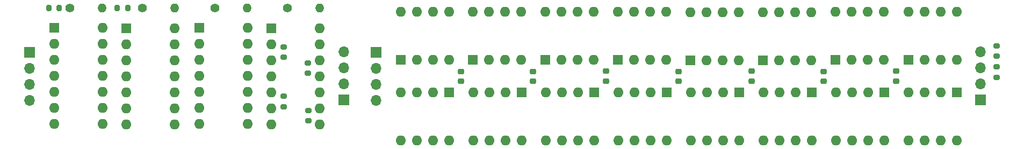
<source format=gbr>
%TF.GenerationSoftware,KiCad,Pcbnew,7.0.5*%
%TF.CreationDate,2024-09-18T03:37:09-04:00*%
%TF.ProjectId,stepper_motor_controller,73746570-7065-4725-9f6d-6f746f725f63,rev?*%
%TF.SameCoordinates,Original*%
%TF.FileFunction,Soldermask,Top*%
%TF.FilePolarity,Negative*%
%FSLAX46Y46*%
G04 Gerber Fmt 4.6, Leading zero omitted, Abs format (unit mm)*
G04 Created by KiCad (PCBNEW 7.0.5) date 2024-09-18 03:37:09*
%MOMM*%
%LPD*%
G01*
G04 APERTURE LIST*
G04 Aperture macros list*
%AMRoundRect*
0 Rectangle with rounded corners*
0 $1 Rounding radius*
0 $2 $3 $4 $5 $6 $7 $8 $9 X,Y pos of 4 corners*
0 Add a 4 corners polygon primitive as box body*
4,1,4,$2,$3,$4,$5,$6,$7,$8,$9,$2,$3,0*
0 Add four circle primitives for the rounded corners*
1,1,$1+$1,$2,$3*
1,1,$1+$1,$4,$5*
1,1,$1+$1,$6,$7*
1,1,$1+$1,$8,$9*
0 Add four rect primitives between the rounded corners*
20,1,$1+$1,$2,$3,$4,$5,0*
20,1,$1+$1,$4,$5,$6,$7,0*
20,1,$1+$1,$6,$7,$8,$9,0*
20,1,$1+$1,$8,$9,$2,$3,0*%
G04 Aperture macros list end*
%ADD10RoundRect,0.200000X-0.275000X0.200000X-0.275000X-0.200000X0.275000X-0.200000X0.275000X0.200000X0*%
%ADD11O,1.400000X1.400000*%
%ADD12C,1.400000*%
%ADD13RoundRect,0.225000X0.250000X-0.225000X0.250000X0.225000X-0.250000X0.225000X-0.250000X-0.225000X0*%
%ADD14R,1.600000X1.600000*%
%ADD15O,1.600000X1.600000*%
%ADD16R,1.700000X1.700000*%
%ADD17O,1.700000X1.700000*%
%ADD18RoundRect,0.200000X0.275000X-0.200000X0.275000X0.200000X-0.275000X0.200000X-0.275000X-0.200000X0*%
%ADD19RoundRect,0.200000X-0.200000X-0.275000X0.200000X-0.275000X0.200000X0.275000X-0.200000X0.275000X0*%
%ADD20RoundRect,0.200000X0.200000X0.275000X-0.200000X0.275000X-0.200000X-0.275000X0.200000X-0.275000X0*%
G04 APERTURE END LIST*
D10*
%TO.C,R7*%
X74416560Y-35929776D03*
X74416560Y-37579776D03*
%TD*%
%TO.C,R6*%
X70485000Y-33655000D03*
X70485000Y-35305000D03*
%TD*%
%TO.C,R4*%
X74295000Y-28385000D03*
X74295000Y-30035000D03*
%TD*%
%TO.C,R3*%
X70485000Y-25845000D03*
X70485000Y-27495000D03*
%TD*%
D11*
%TO.C,R14*%
X41910000Y-19685000D03*
D12*
X36830000Y-19685000D03*
%TD*%
%TO.C,R11*%
X48260000Y-19685000D03*
D11*
X53340000Y-19685000D03*
%TD*%
D12*
%TO.C,R8*%
X59690000Y-19685000D03*
D11*
X64770000Y-19685000D03*
%TD*%
D12*
%TO.C,R5*%
X71120000Y-19685000D03*
D11*
X76200000Y-19685000D03*
%TD*%
D13*
%TO.C,C8*%
X167019722Y-31262591D03*
X167019722Y-29712591D03*
%TD*%
%TO.C,C7*%
X155552681Y-31299370D03*
X155552681Y-29749370D03*
%TD*%
%TO.C,C6*%
X144211805Y-31255000D03*
X144211805Y-29705000D03*
%TD*%
%TO.C,C5*%
X132737435Y-31291657D03*
X132737435Y-29741657D03*
%TD*%
%TO.C,C3*%
X121296818Y-31255000D03*
X121296818Y-29705000D03*
%TD*%
%TO.C,C2*%
X109802667Y-31298417D03*
X109802667Y-29748417D03*
%TD*%
%TO.C,C1*%
X98421393Y-31296965D03*
X98421393Y-29746965D03*
%TD*%
D14*
%TO.C,U3*%
X34300000Y-22855000D03*
D15*
X34300000Y-25395000D03*
X34300000Y-27935000D03*
X34300000Y-30475000D03*
X34300000Y-33015000D03*
X34300000Y-35555000D03*
X34300000Y-38095000D03*
X41920000Y-38095000D03*
X41920000Y-35555000D03*
X41920000Y-33015000D03*
X41920000Y-30475000D03*
X41920000Y-27935000D03*
X41920000Y-25395000D03*
X41920000Y-22855000D03*
%TD*%
D14*
%TO.C,U2*%
X45720000Y-22860000D03*
D15*
X45720000Y-25400000D03*
X45720000Y-27940000D03*
X45720000Y-30480000D03*
X45720000Y-33020000D03*
X45720000Y-35560000D03*
X45720000Y-38100000D03*
X53340000Y-38100000D03*
X53340000Y-35560000D03*
X53340000Y-33020000D03*
X53340000Y-30480000D03*
X53340000Y-27940000D03*
X53340000Y-25400000D03*
X53340000Y-22860000D03*
%TD*%
D14*
%TO.C,U20*%
X68580000Y-22860000D03*
D15*
X68580000Y-25400000D03*
X68580000Y-27940000D03*
X68580000Y-30480000D03*
X68580000Y-33020000D03*
X68580000Y-35560000D03*
X68580000Y-38100000D03*
X76200000Y-38100000D03*
X76200000Y-35560000D03*
X76200000Y-33020000D03*
X76200000Y-30480000D03*
X76200000Y-27940000D03*
X76200000Y-25400000D03*
X76200000Y-22860000D03*
%TD*%
D16*
%TO.C,J3*%
X85090000Y-26680000D03*
D17*
X85090000Y-29220000D03*
X85090000Y-31760000D03*
X85090000Y-34300000D03*
%TD*%
D14*
%TO.C,U7*%
X107980000Y-33040000D03*
D15*
X105440000Y-33040000D03*
X102900000Y-33040000D03*
X100360000Y-33040000D03*
X100360000Y-40660000D03*
X102900000Y-40660000D03*
X105440000Y-40660000D03*
X107980000Y-40660000D03*
%TD*%
D10*
%TO.C,D2*%
X182880000Y-25655000D03*
X182880000Y-27305000D03*
%TD*%
D14*
%TO.C,U13*%
X142250000Y-33050000D03*
D15*
X139710000Y-33050000D03*
X137170000Y-33050000D03*
X134630000Y-33050000D03*
X134630000Y-40670000D03*
X137170000Y-40670000D03*
X139710000Y-40670000D03*
X142250000Y-40670000D03*
%TD*%
D14*
%TO.C,U15*%
X153690000Y-33040000D03*
D15*
X151150000Y-33040000D03*
X148610000Y-33040000D03*
X146070000Y-33040000D03*
X146070000Y-40660000D03*
X148610000Y-40660000D03*
X151150000Y-40660000D03*
X153690000Y-40660000D03*
%TD*%
D16*
%TO.C,J1*%
X30480000Y-26680000D03*
D17*
X30480000Y-29220000D03*
X30480000Y-31760000D03*
X30480000Y-34300000D03*
%TD*%
D18*
%TO.C,R2*%
X182880000Y-30670000D03*
X182880000Y-29020000D03*
%TD*%
D14*
%TO.C,U5*%
X88910000Y-27930000D03*
D15*
X91450000Y-27930000D03*
X93990000Y-27930000D03*
X96530000Y-27930000D03*
X96530000Y-20310000D03*
X93990000Y-20310000D03*
X91450000Y-20310000D03*
X88910000Y-20310000D03*
%TD*%
D16*
%TO.C,J2*%
X180340000Y-34280000D03*
D17*
X180340000Y-31740000D03*
X180340000Y-29200000D03*
X180340000Y-26660000D03*
%TD*%
D14*
%TO.C,U18*%
X168920000Y-27930000D03*
D15*
X171460000Y-27930000D03*
X174000000Y-27930000D03*
X176540000Y-27930000D03*
X176540000Y-20310000D03*
X174000000Y-20310000D03*
X171460000Y-20310000D03*
X168920000Y-20310000D03*
%TD*%
D14*
%TO.C,U8*%
X111760000Y-27930000D03*
D15*
X114300000Y-27930000D03*
X116840000Y-27930000D03*
X119380000Y-27930000D03*
X119380000Y-20310000D03*
X116840000Y-20310000D03*
X114300000Y-20310000D03*
X111760000Y-20310000D03*
%TD*%
D19*
%TO.C,R1*%
X33465000Y-19685000D03*
X35115000Y-19685000D03*
%TD*%
D14*
%TO.C,U11*%
X130830000Y-33040000D03*
D15*
X128290000Y-33040000D03*
X125750000Y-33040000D03*
X123210000Y-33040000D03*
X123210000Y-40660000D03*
X125750000Y-40660000D03*
X128290000Y-40660000D03*
X130830000Y-40660000D03*
%TD*%
D14*
%TO.C,U12*%
X134620000Y-27940000D03*
D15*
X137160000Y-27940000D03*
X139700000Y-27940000D03*
X142240000Y-27940000D03*
X142240000Y-20320000D03*
X139700000Y-20320000D03*
X137160000Y-20320000D03*
X134620000Y-20320000D03*
%TD*%
D14*
%TO.C,U19*%
X176550000Y-33040000D03*
D15*
X174010000Y-33040000D03*
X171470000Y-33040000D03*
X168930000Y-33040000D03*
X168930000Y-40660000D03*
X171470000Y-40660000D03*
X174010000Y-40660000D03*
X176550000Y-40660000D03*
%TD*%
D14*
%TO.C,U9*%
X119390000Y-33040000D03*
D15*
X116850000Y-33040000D03*
X114310000Y-33040000D03*
X111770000Y-33040000D03*
X111770000Y-40660000D03*
X114310000Y-40660000D03*
X116850000Y-40660000D03*
X119390000Y-40660000D03*
%TD*%
D14*
%TO.C,U4*%
X96540000Y-33040000D03*
D15*
X94000000Y-33040000D03*
X91460000Y-33040000D03*
X88920000Y-33040000D03*
X88920000Y-40660000D03*
X91460000Y-40660000D03*
X94000000Y-40660000D03*
X96540000Y-40660000D03*
%TD*%
D14*
%TO.C,U1*%
X57160000Y-22855000D03*
D15*
X57160000Y-25395000D03*
X57160000Y-27935000D03*
X57160000Y-30475000D03*
X57160000Y-33015000D03*
X57160000Y-35555000D03*
X57160000Y-38095000D03*
X64780000Y-38095000D03*
X64780000Y-35555000D03*
X64780000Y-33015000D03*
X64780000Y-30475000D03*
X64780000Y-27935000D03*
X64780000Y-25395000D03*
X64780000Y-22855000D03*
%TD*%
D14*
%TO.C,U14*%
X146040000Y-27940000D03*
D15*
X148580000Y-27940000D03*
X151120000Y-27940000D03*
X153660000Y-27940000D03*
X153660000Y-20320000D03*
X151120000Y-20320000D03*
X148580000Y-20320000D03*
X146040000Y-20320000D03*
%TD*%
D20*
%TO.C,D1*%
X45910000Y-19685000D03*
X44260000Y-19685000D03*
%TD*%
D14*
%TO.C,U10*%
X123180000Y-27930000D03*
D15*
X125720000Y-27930000D03*
X128260000Y-27930000D03*
X130800000Y-27930000D03*
X130800000Y-20310000D03*
X128260000Y-20310000D03*
X125720000Y-20310000D03*
X123180000Y-20310000D03*
%TD*%
D14*
%TO.C,U16*%
X157480000Y-27930000D03*
D15*
X160020000Y-27930000D03*
X162560000Y-27930000D03*
X165100000Y-27930000D03*
X165100000Y-20310000D03*
X162560000Y-20310000D03*
X160020000Y-20310000D03*
X157480000Y-20310000D03*
%TD*%
D14*
%TO.C,U17*%
X165130000Y-33030000D03*
D15*
X162590000Y-33030000D03*
X160050000Y-33030000D03*
X157510000Y-33030000D03*
X157510000Y-40650000D03*
X160050000Y-40650000D03*
X162590000Y-40650000D03*
X165130000Y-40650000D03*
%TD*%
D14*
%TO.C,U6*%
X100330000Y-27930000D03*
D15*
X102870000Y-27930000D03*
X105410000Y-27930000D03*
X107950000Y-27930000D03*
X107950000Y-20310000D03*
X105410000Y-20310000D03*
X102870000Y-20310000D03*
X100330000Y-20310000D03*
%TD*%
D16*
%TO.C,J4*%
X80010000Y-34280000D03*
D17*
X80010000Y-31740000D03*
X80010000Y-29200000D03*
X80010000Y-26660000D03*
%TD*%
M02*

</source>
